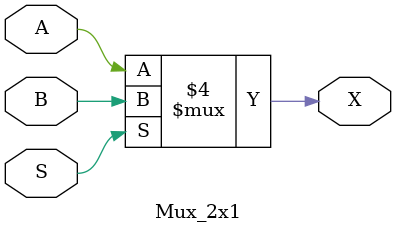
<source format=v>
module Mux_2x1 (
    input wire A,          // Input A
    input wire B,          // Input B
    input wire S,        // Select line
    output reg X           // Output X
);
always @(*) begin
    if (S == 1'b0) begin
        X = A; // If S is 0, output A
    end else begin
        X = B; // If S is 1, output B
    end
end
endmodule
</source>
